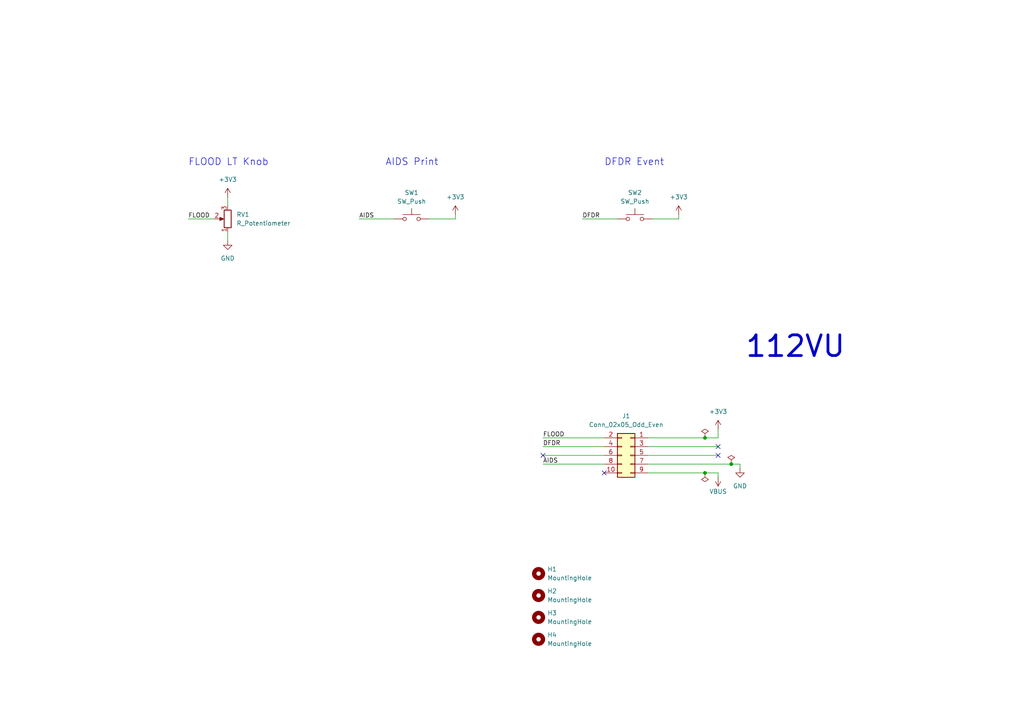
<source format=kicad_sch>
(kicad_sch (version 20231120) (generator "eeschema") (generator_version "8.0")
  (paper "A4")
  (lib_symbols
    (symbol "+3V3_1" (power) (pin_numbers hide) (pin_names (offset 0) hide)
      (property "Value" "+3V3" (at 0 3.556 0))
      (symbol "+3V3_1_0_1"
        (polyline (pts (xy -0.762 1.27) (xy 0 2.54)))
        (polyline (pts (xy 0 0) (xy 0 2.54)))
        (polyline (pts (xy 0 2.54) (xy 0.762 1.27)))
      )
      (symbol "+3V3_1_1_1"
        (pin power_in line (at 0 0 90) (length 0) (name "~") (number "1"))
      )
    )
    (symbol "Connector_Generic:Conn_02x05_Odd_Even" (pin_names (offset 1.016) hide)
      (property "Reference" "J" (at 1.27 7.62 0))
      (property "Value" "Conn_02x05_Odd_Even" (at 1.27 -7.62 0))
      (symbol "Conn_02x05_Odd_Even_1_1"
        (rectangle (start -1.27 -4.953) (end 0 -5.207) (stroke (width 0.1524)))
        (rectangle (start -1.27 -2.413) (end 0 -2.667) (stroke (width 0.1524)))
        (rectangle (start -1.27 0.127) (end 0 -0.127) (stroke (width 0.1524)))
        (rectangle (start -1.27 2.667) (end 0 2.413) (stroke (width 0.1524)))
        (rectangle (start -1.27 5.207) (end 0 4.953) (stroke (width 0.1524)))
        (rectangle (start -1.27 6.35) (end 3.81 -6.35) (stroke (width 0.254)) (fill (type background)))
        (rectangle (start 3.81 -4.953) (end 2.54 -5.207) (stroke (width 0.1524)))
        (rectangle (start 3.81 -2.413) (end 2.54 -2.667) (stroke (width 0.1524)))
        (rectangle (start 3.81 0.127) (end 2.54 -0.127) (stroke (width 0.1524)))
        (rectangle (start 3.81 2.667) (end 2.54 2.413) (stroke (width 0.1524)))
        (rectangle (start 3.81 5.207) (end 2.54 4.953) (stroke (width 0.1524)))
        (pin passive line (at -5.08 5.08 0) (length 3.81) (name "Pin_1") (number "1"))
        (pin passive line (at 7.62 -5.08 180) (length 3.81) (name "Pin_10") (number "10"))
        (pin passive line (at 7.62 5.08 180) (length 3.81) (name "Pin_2") (number "2"))
        (pin passive line (at -5.08 2.54 0) (length 3.81) (name "Pin_3") (number "3"))
        (pin passive line (at 7.62 2.54 180) (length 3.81) (name "Pin_4") (number "4"))
        (pin passive line (at -5.08 0 0) (length 3.81) (name "Pin_5") (number "5"))
        (pin passive line (at 7.62 0 180) (length 3.81) (name "Pin_6") (number "6"))
        (pin passive line (at -5.08 -2.54 0) (length 3.81) (name "Pin_7") (number "7"))
        (pin passive line (at 7.62 -2.54 180) (length 3.81) (name "Pin_8") (number "8"))
        (pin passive line (at -5.08 -5.08 0) (length 3.81) (name "Pin_9") (number "9"))
      )
    )
    (symbol "Device:R_Potentiometer" (pin_names (offset 1.016) hide)
      (property "Reference" "RV" (at -4.445 0 90))
      (property "Value" "R_Potentiometer" (at -2.54 0 90))
      (symbol "R_Potentiometer_0_1"
        (polyline (pts (xy 2.54 0) (xy 1.524 0)))
        (polyline (pts (xy 1.143 0) (xy 2.286 0.508) (xy 2.286 -0.508) (xy 1.143 0)) (fill (type outline)))
        (rectangle (start 1.016 2.54) (end -1.016 -2.54) (stroke (width 0.254)))
      )
      (symbol "R_Potentiometer_1_1"
        (pin passive line (at 0 3.81 270) (length 1.27) (name "1") (number "1"))
        (pin passive line (at 3.81 0 180) (length 1.27) (name "2") (number "2"))
        (pin passive line (at 0 -3.81 90) (length 1.27) (name "3") (number "3"))
      )
    )
    (symbol "GND_1" (power) (pin_numbers hide) (pin_names (offset 0) hide)
      (property "Value" "GND" (at 0 -3.81 0))
      (symbol "GND_1_0_1"
        (polyline (pts (xy 0 0) (xy 0 -1.27) (xy 1.27 -1.27) (xy 0 -2.54) (xy -1.27 -1.27) (xy 0 -1.27)))
      )
      (symbol "GND_1_1_1"
        (pin power_in line (at 0 0 270) (length 0) (name "~") (number "1"))
      )
    )
    (symbol "Mechanical:MountingHole" (pin_names (offset 1.016))
      (property "Reference" "H" (at 0 5.08 0))
      (property "Value" "MountingHole" (at 0 3.175 0))
      (symbol "MountingHole_0_1"
        (circle (center 0 0) (radius 1.27) (stroke (width 1.27)))
      )
    )
    (symbol "Switch:SW_Push" (pin_numbers hide) (pin_names (offset 1.016) hide)
      (property "Reference" "SW" (at 1.27 2.54 0))
      (property "Value" "SW_Push" (at 0 -1.524 0))
      (symbol "SW_Push_0_1"
        (circle (center -2.032 0) (radius 0.508))
        (polyline (pts (xy 0 1.27) (xy 0 3.048)))
        (polyline (pts (xy 2.54 1.27) (xy -2.54 1.27)))
        (circle (center 2.032 0) (radius 0.508))
        (pin passive line (at -5.08 0 0) (length 2.54) (name "1") (number "1"))
        (pin passive line (at 5.08 0 180) (length 2.54) (name "2") (number "2"))
      )
    )
    (symbol "power:+3V3" (power) (pin_numbers hide) (pin_names (offset 0) hide)
      (property "Value" "+3V3" (at 0 3.556 0))
      (symbol "+3V3_0_1"
        (polyline (pts (xy -0.762 1.27) (xy 0 2.54)))
        (polyline (pts (xy 0 0) (xy 0 2.54)))
        (polyline (pts (xy 0 2.54) (xy 0.762 1.27)))
      )
      (symbol "+3V3_1_1"
        (pin power_in line (at 0 0 90) (length 0) (name "~") (number "1"))
      )
    )
    (symbol "power:GND" (power) (pin_numbers hide) (pin_names (offset 0) hide)
      (property "Value" "GND" (at 0 -3.81 0))
      (symbol "GND_0_1"
        (polyline (pts (xy 0 0) (xy 0 -1.27) (xy 1.27 -1.27) (xy 0 -2.54) (xy -1.27 -1.27) (xy 0 -1.27)))
      )
      (symbol "GND_1_1"
        (pin power_in line (at 0 0 270) (length 0) (name "~") (number "1"))
      )
    )
    (symbol "power:PWR_FLAG" (power) (pin_numbers hide) (pin_names (offset 0) hide)
      (property "Value" "PWR_FLAG" (at 0 3.81 0))
      (symbol "PWR_FLAG_0_0"
        (pin power_out line (at 0 0 90) (length 0) (name "~") (number "1"))
      )
      (symbol "PWR_FLAG_0_1"
        (polyline (pts (xy 0 0) (xy 0 1.27) (xy -1.016 1.905) (xy 0 2.54) (xy 1.016 1.905) (xy 0 1.27)))
      )
    )
    (symbol "power:VBUS" (power) (pin_numbers hide) (pin_names (offset 0) hide)
      (property "Value" "VBUS" (at 0 3.556 0))
      (symbol "VBUS_0_1"
        (polyline (pts (xy -0.762 1.27) (xy 0 2.54)))
        (polyline (pts (xy 0 0) (xy 0 2.54)))
        (polyline (pts (xy 0 2.54) (xy 0.762 1.27)))
      )
      (symbol "VBUS_1_1"
        (pin power_in line (at 0 0 90) (length 0) (name "~") (number "1"))
      )
    )
  )
  (junction (at 212.09 134.62))
  (junction (at 204.47 137.16))
  (junction (at 204.47 127))
  (no_connect (at 208.28 129.54))
  (no_connect (at 157.48 132.08))
  (no_connect (at 175.26 137.16))
  (no_connect (at 208.28 132.08))
  (wire (pts (xy 66.04 67.31) (xy 66.04 69.85)))
  (wire (pts (xy 214.63 134.62) (xy 214.63 135.89)))
  (wire (pts (xy 157.48 134.62) (xy 175.26 134.62)))
  (wire (pts (xy 212.09 134.62) (xy 214.63 134.62)))
  (wire (pts (xy 157.48 127) (xy 175.26 127)))
  (wire (pts (xy 208.28 138.43) (xy 208.28 137.16)))
  (wire (pts (xy 104.14 63.5) (xy 114.3 63.5)))
  (wire (pts (xy 168.91 63.5) (xy 179.07 63.5)))
  (wire (pts (xy 54.61 63.5) (xy 62.23 63.5)))
  (wire (pts (xy 132.08 62.23) (xy 132.08 63.5)))
  (wire (pts (xy 196.85 62.23) (xy 196.85 63.5)))
  (wire (pts (xy 187.96 129.54) (xy 208.28 129.54)))
  (wire (pts (xy 66.04 57.15) (xy 66.04 59.69)))
  (wire (pts (xy 124.46 63.5) (xy 132.08 63.5)))
  (wire (pts (xy 187.96 137.16) (xy 204.47 137.16)))
  (wire (pts (xy 157.48 132.08) (xy 175.26 132.08)))
  (wire (pts (xy 189.23 63.5) (xy 196.85 63.5)))
  (wire (pts (xy 187.96 127) (xy 204.47 127)))
  (wire (pts (xy 187.96 132.08) (xy 208.28 132.08)))
  (wire (pts (xy 204.47 127) (xy 208.28 127)))
  (wire (pts (xy 204.47 137.16) (xy 208.28 137.16)))
  (wire (pts (xy 208.28 124.46) (xy 208.28 127)))
  (wire (pts (xy 157.48 129.54) (xy 175.26 129.54)))
  (wire (pts (xy 187.96 134.62) (xy 212.09 134.62)))
  (text "AIDS Print" (at 111.76 48.26 0) (effects (font (size 2 2)) (justify left bottom)))
  (text "112VU" (at 215.9 104.14 0) (effects (font (size 6 6) (thickness 0.8) (bold yes)) (justify left bottom)))
  (text "DFDR Event" (at 175.26 48.26 0) (effects (font (size 2 2)) (justify left bottom)))
  (text "FLOOD LT Knob" (at 54.61 48.26 0) (effects (font (size 2 2)) (justify left bottom)))
  (label "FLOOD" (at 157.48 127 0))
  (label "DFDR" (at 157.48 129.54 0))
  (label "DFDR" (at 168.91 63.5 0))
  (label "AIDS" (at 104.14 63.5 0))
  (label "FLOOD" (at 54.61 63.5 0))
  (label "AIDS" (at 157.48 134.62 0))
  (symbol (lib_id "power:PWR_FLAG") (at 204.47 127 0) (unit 1)
    (property "Reference" "#FLG01" (effects (hide yes)))
    (property "Value" "PWR_FLAG" (effects (hide yes)))
    (property "Description" "Special symbol for telling ERC where power comes from" (effects (hide yes)))
  )
  (symbol (lib_id "Switch:SW_Push") (at 184.15 63.5 0) (unit 1)
    (property "Reference" "SW2" (at 184.15 55.88 0))
    (property "Value" "SW_Push" (at 184.15 58.42 0))
    (property "Footprint" "Button_Switch_SMD:SW_Push_1TS009xxxx-xxxx-xxxx_6x6x5mm" (effects (hide yes)))
    (property "Datasheet" "https://www.lcsc.com/datasheet/lcsc_datasheet_1811151231_HYP--Hongyuan-Precision-1TS009A-1800-5000-CT_C319409.pdf" (effects (hide yes)))
    (property "JLCPCB Part" "C319409" (effects (hide yes)))
    (property "Manufracturer" "HYP (Hongyuan Precision)" (effects (hide yes)))
    (property "Manufracturer Part Number" "1TS009A-1800-5000-CT" (effects (hide yes)))
  )
  (symbol (lib_id "power:GND") (at 66.04 69.85 0) (unit 1)
    (property "Reference" "#PWR02" (effects (hide yes)))
    (property "Value" "GND" (at 66.04 74.93 0))
    (property "Description" "Power symbol creates a global label with name \"GND\" , ground" (effects (hide yes)))
  )
  (symbol (lib_id "power:+3V3") (at 132.08 62.23 0) (unit 1)
    (property "Reference" "#PWR05" (effects (hide yes)))
    (property "Value" "+3V3" (at 132.08 57.15 0))
    (property "Description" "Power symbol creates a global label with name \"+3V3\"" (effects (hide yes)))
  )
  (symbol (lib_id "Mechanical:MountingHole") (at 156.21 166.37 0) (unit 1) (in_bom no)
    (property "Reference" "H1" (at 158.75 165.1 0) (effects (justify left)))
    (property "Value" "MountingHole" (at 158.75 167.64 0) (effects (justify left)))
    (property "Footprint" "MountingHole:MountingHole_2.2mm_M2" (effects (hide yes)))
  )
  (symbol (lib_name "+3V3_1") (lib_id "power:+3V3") (at 208.28 124.46 0) (unit 1)
    (property "Reference" "#PWR09" (effects (hide yes)))
    (property "Value" "+3V3" (at 208.28 119.38 0))
    (property "Description" "Power symbol creates a global label with name \"+3V3\"" (effects (hide yes)))
  )
  (symbol (lib_id "Switch:SW_Push") (at 119.38 63.5 0) (unit 1)
    (property "Reference" "SW1" (at 119.38 55.88 0))
    (property "Value" "SW_Push" (at 119.38 58.42 0))
    (property "Footprint" "Button_Switch_SMD:SW_Push_1TS009xxxx-xxxx-xxxx_6x6x5mm" (effects (hide yes)))
    (property "Datasheet" "https://www.lcsc.com/datasheet/lcsc_datasheet_1811151231_HYP--Hongyuan-Precision-1TS009A-1800-5000-CT_C319409.pdf" (effects (hide yes)))
    (property "JLCPCB Part" "C319409" (effects (hide yes)))
    (property "Manufracturer" "HYP (Hongyuan Precision)" (effects (hide yes)))
    (property "Manufracturer Part Number" "1TS009A-1800-5000-CT" (effects (hide yes)))
  )
  (symbol (lib_id "Mechanical:MountingHole") (at 156.21 179.07 0) (unit 1) (in_bom no)
    (property "Reference" "H3" (at 158.75 177.8 0) (effects (justify left)))
    (property "Value" "MountingHole" (at 158.75 180.34 0) (effects (justify left)))
    (property "Footprint" "MountingHole:MountingHole_2.2mm_M2" (effects (hide yes)))
  )
  (symbol (lib_id "power:+3V3") (at 66.04 57.15 0) (unit 1)
    (property "Reference" "#PWR01" (effects (hide yes)))
    (property "Value" "+3V3" (at 66.04 52.07 0))
    (property "Description" "Power symbol creates a global label with name \"+3V3\"" (effects (hide yes)))
  )
  (symbol (lib_id "power:+3V3") (at 196.85 62.23 0) (unit 1)
    (property "Reference" "#PWR08" (effects (hide yes)))
    (property "Value" "+3V3" (at 196.85 57.15 0))
    (property "Description" "Power symbol creates a global label with name \"+3V3\"" (effects (hide yes)))
  )
  (symbol (lib_id "power:PWR_FLAG") (at 212.09 134.62 0) (unit 1)
    (property "Reference" "#FLG03" (effects (hide yes)))
    (property "Value" "PWR_FLAG" (effects (hide yes)))
    (property "Description" "Special symbol for telling ERC where power comes from" (effects (hide yes)))
  )
  (symbol (lib_id "power:PWR_FLAG") (at 204.47 137.16 180) (unit 1)
    (property "Reference" "#FLG02" (effects (hide yes)))
    (property "Value" "PWR_FLAG" (effects (hide yes)))
    (property "Description" "Special symbol for telling ERC where power comes from" (effects (hide yes)))
  )
  (symbol (lib_id "Connector_Generic:Conn_02x05_Odd_Even") (at 182.88 132.08 0) (mirror y) (unit 1)
    (property "Reference" "J1" (at 181.61 120.65 0))
    (property "Value" "Conn_02x05_Odd_Even" (at 181.61 123.19 0))
    (property "Footprint" "Connector_IDC:IDC-Header_2x05_P2.54mm_Vertical" (effects (hide yes)))
    (property "Datasheet" "https://www.lcsc.com/datasheet/lcsc_datasheet_1810281612_BOOMELE-Boom-Precision-Elec-2-54-2-5P_C5665.pdf" (effects (hide yes)))
    (property "JLCPCB Part" "C5665" (effects (hide yes)))
    (property "Manufracturer" "BOOMELE(Boom Precision Elec)" (effects (hide yes)))
    (property "Manufracturer Part Number" "2.54-2*5P" (effects (hide yes)))
  )
  (symbol (lib_id "Device:R_Potentiometer") (at 66.04 63.5 180) (unit 1)
    (property "Reference" "RV1" (at 68.58 62.23 0) (effects (justify right)))
    (property "Value" "R_Potentiometer" (at 68.58 64.77 0) (effects (justify right)))
    (property "Footprint" "NiasStuff:Potentiometer_Alps_RK09L_Double_Vertical" (effects (hide yes)))
    (property "Datasheet" "https://datasheet.lcsc.com/lcsc/1912111437_ALPSALPINE-RK09L1240A12_C380211.pdf" (effects (hide yes)))
    (property "Manufracturer" "ALPSALPINE" (effects (hide yes)))
    (property "Manufracturer Part Number" "RK09L1240A12" (effects (hide yes)))
    (property "JLCPCB Part" "C380211" (effects (hide yes)))
  )
  (symbol (lib_id "Mechanical:MountingHole") (at 156.21 172.72 0) (unit 1) (in_bom no)
    (property "Reference" "H2" (at 158.75 171.45 0) (effects (justify left)))
    (property "Value" "MountingHole" (at 158.75 173.99 0) (effects (justify left)))
    (property "Footprint" "MountingHole:MountingHole_2.2mm_M2" (effects (hide yes)))
  )
  (symbol (lib_id "Mechanical:MountingHole") (at 156.21 185.42 0) (unit 1) (in_bom no)
    (property "Reference" "H4" (at 158.75 184.15 0) (effects (justify left)))
    (property "Value" "MountingHole" (at 158.75 186.69 0) (effects (justify left)))
    (property "Footprint" "MountingHole:MountingHole_2.2mm_M2" (effects (hide yes)))
  )
  (symbol (lib_name "GND_1") (lib_id "power:GND") (at 214.63 135.89 0) (unit 1)
    (property "Reference" "#PWR011" (effects (hide yes)))
    (property "Value" "GND" (at 214.63 140.97 0))
    (property "Description" "Power symbol creates a global label with name \"GND\" , ground" (effects (hide yes)))
  )
  (symbol (lib_id "power:VBUS") (at 208.28 138.43 180) (unit 1)
    (property "Reference" "#PWR010" (effects (hide yes)))
    (property "Value" "VBUS" (at 208.28 142.5631 0))
    (property "Description" "Power symbol creates a global label with name \"VBUS\"" (effects (hide yes)))
  )
)
</source>
